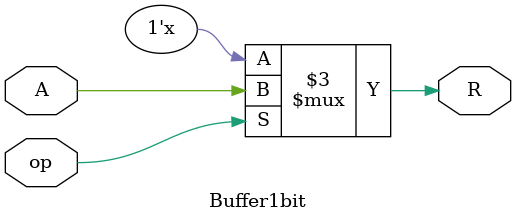
<source format=v>
`timescale 1ns / 1ps

module Buffer1bit(A,op,R);
	input A;
	input op;
	output reg R;
	
	always @(A or op)
		if (op)
			R=A;
		else
			R=1'bz;

endmodule

</source>
